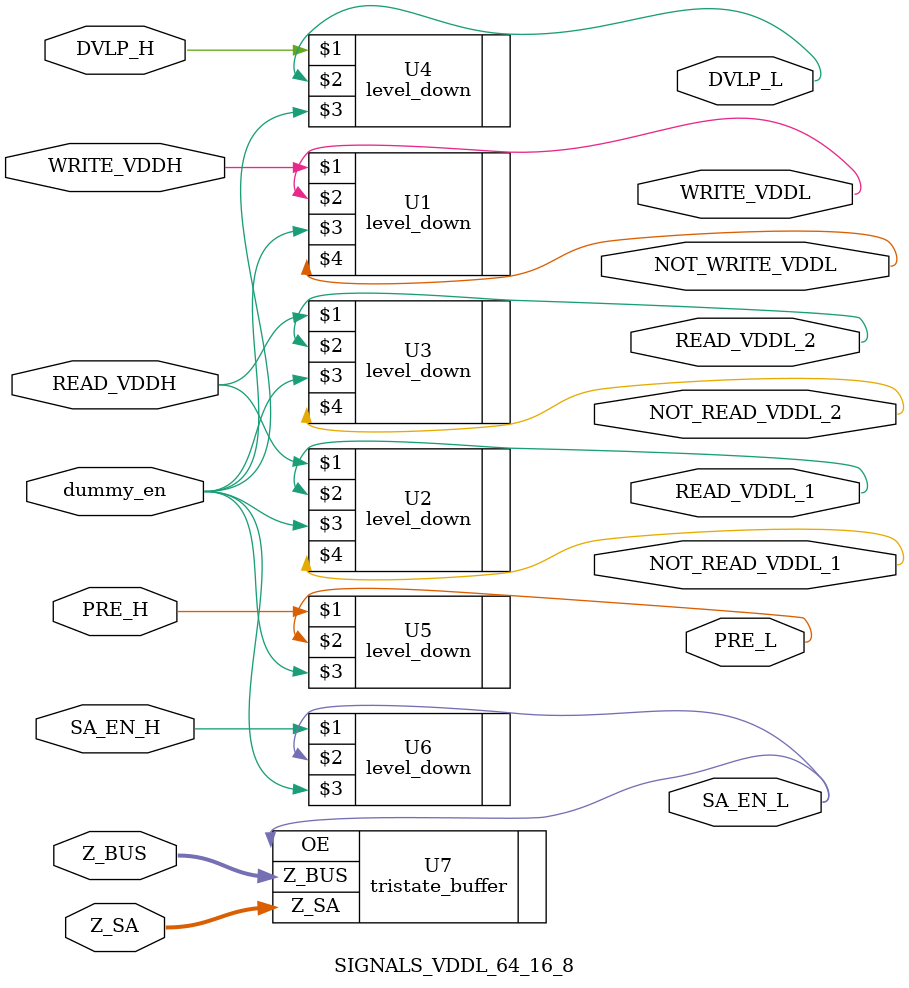
<source format=v>


`include "/ibe/users/da220/Cadence/WORK_TSMC180FORTE/DIGITAL/rtl/level_down/level_down.v"
`include "/ibe/users/da220/Cadence/WORK_TSMC180FORTE/DIGITAL/rtl/tristate_buffer/tristate_buffer.v"

// NAME MODIFIED //
module SIGNALS_VDDL_64_16_8(
// END MODIFY NAME //
WRITE_VDDH,
READ_VDDH,
DVLP_H,
PRE_H,
SA_EN_H,
dummy_en,
WRITE_VDDL,
NOT_WRITE_VDDL,
READ_VDDL_1,
NOT_READ_VDDL_1,
READ_VDDL_2,
NOT_READ_VDDL_2,
DVLP_L,
PRE_L,
Z_SA,
//Z_WR,
Z_BUS,
SA_EN_L,
);

// SKILL MODIFICATIONS //
parameter B_SIZE = 8;
// END OF SKILL MODIFICATION //

// Inputs
input	WRITE_VDDH;
input	READ_VDDH;
input	DVLP_H;
input	PRE_H;
input	SA_EN_H;
input	dummy_en;

// Input Ouput
inout	[B_SIZE-1:0] Z_SA;
//inout	[B_SIZE-1:0] Z_WR;
inout	[B_SIZE-1:0] Z_BUS;

// Outputs
output	WRITE_VDDL;
output	NOT_WRITE_VDDL;
output	READ_VDDL_1;
output	NOT_READ_VDDL_1;
output	READ_VDDL_2;
output	NOT_READ_VDDL_2;
output 	DVLP_L;
output	PRE_L;
output	SA_EN_L;

// Wires
wire	WRITE_VDDH;
wire	READ_VDDH;
wire	DVLP_H;
wire	PRE_H;
wire	SA_EN_H;
wire	dummy_en;
wire	WRITE_VDDL;
wire	NOT_WRITE_VDDL;
wire	READ_VDDL_1;
wire	NOT_READ_VDDL_1;
wire	READ_VDDL_2;
wire	NOT_READ_VDDL_2;
wire 	DVLP_L;
wire	PRE_L;
wire	SA_EN_L;
wire	[B_SIZE-1:0] Z_BUS;
wire	[B_SIZE-1:0] Z_SA;
//wire	[B_SIZE-1:0] Z_WR;



level_down U1(WRITE_VDDH, WRITE_VDDL, dummy_en, NOT_WRITE_VDDL);
level_down U2(READ_VDDH, READ_VDDL_1, dummy_en, NOT_READ_VDDL_1);
level_down U3(READ_VDDH, READ_VDDL_2, dummy_en, NOT_READ_VDDL_2);
level_down U4(DVLP_H, DVLP_L, dummy_en,);
level_down U5(PRE_H, PRE_L, dummy_en,);
level_down U6(SA_EN_H, SA_EN_L, dummy_en,);
tristate_buffer #(B_SIZE) U7(
.Z_SA	(Z_SA),
//.Z_WR	(Z_WR),
.Z_BUS	(Z_BUS),
.OE		(SA_EN_L)
);

endmodule
</source>
